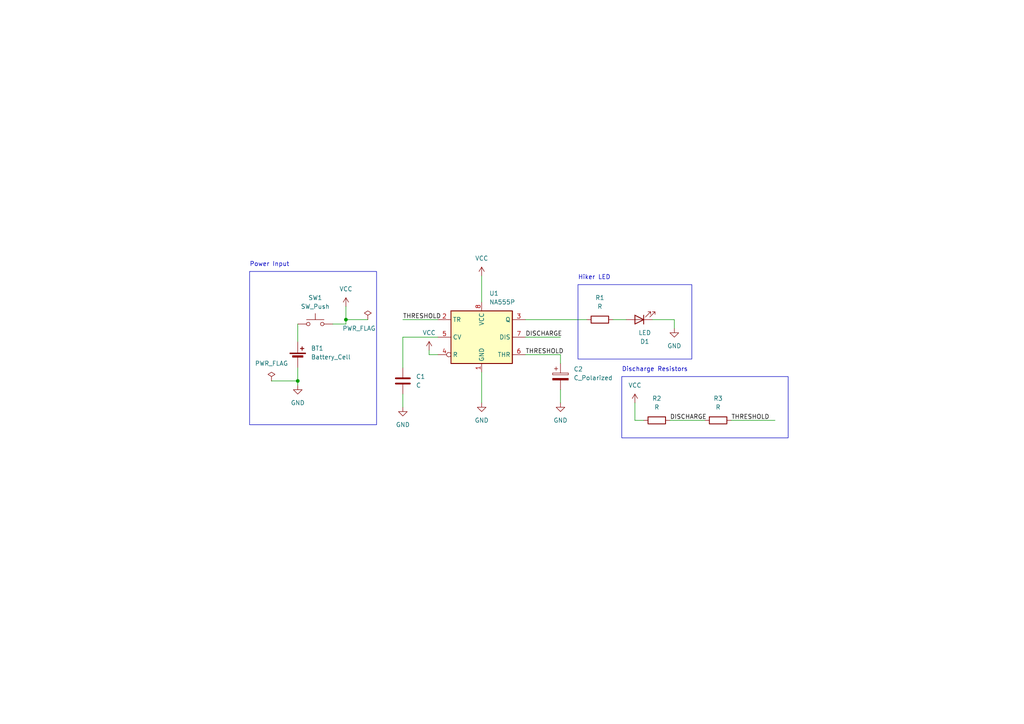
<source format=kicad_sch>
(kicad_sch (version 20230121) (generator eeschema)

  (uuid 3c22cbd9-a95f-4078-bb53-0a8009b25d5a)

  (paper "A4")

  (lib_symbols
    (symbol "Device:Battery_Cell" (pin_numbers hide) (pin_names (offset 0) hide) (in_bom yes) (on_board yes)
      (property "Reference" "BT" (at 2.54 2.54 0)
        (effects (font (size 1.27 1.27)) (justify left))
      )
      (property "Value" "Battery_Cell" (at 2.54 0 0)
        (effects (font (size 1.27 1.27)) (justify left))
      )
      (property "Footprint" "" (at 0 1.524 90)
        (effects (font (size 1.27 1.27)) hide)
      )
      (property "Datasheet" "~" (at 0 1.524 90)
        (effects (font (size 1.27 1.27)) hide)
      )
      (property "ki_keywords" "battery cell" (at 0 0 0)
        (effects (font (size 1.27 1.27)) hide)
      )
      (property "ki_description" "Single-cell battery" (at 0 0 0)
        (effects (font (size 1.27 1.27)) hide)
      )
      (symbol "Battery_Cell_0_1"
        (rectangle (start -2.286 1.778) (end 2.286 1.524)
          (stroke (width 0) (type default))
          (fill (type outline))
        )
        (rectangle (start -1.524 1.016) (end 1.524 0.508)
          (stroke (width 0) (type default))
          (fill (type outline))
        )
        (polyline
          (pts
            (xy 0 0.762)
            (xy 0 0)
          )
          (stroke (width 0) (type default))
          (fill (type none))
        )
        (polyline
          (pts
            (xy 0 1.778)
            (xy 0 2.54)
          )
          (stroke (width 0) (type default))
          (fill (type none))
        )
        (polyline
          (pts
            (xy 0.762 3.048)
            (xy 1.778 3.048)
          )
          (stroke (width 0.254) (type default))
          (fill (type none))
        )
        (polyline
          (pts
            (xy 1.27 3.556)
            (xy 1.27 2.54)
          )
          (stroke (width 0.254) (type default))
          (fill (type none))
        )
      )
      (symbol "Battery_Cell_1_1"
        (pin passive line (at 0 5.08 270) (length 2.54)
          (name "+" (effects (font (size 1.27 1.27))))
          (number "1" (effects (font (size 1.27 1.27))))
        )
        (pin passive line (at 0 -2.54 90) (length 2.54)
          (name "-" (effects (font (size 1.27 1.27))))
          (number "2" (effects (font (size 1.27 1.27))))
        )
      )
    )
    (symbol "Device:C" (pin_numbers hide) (pin_names (offset 0.254)) (in_bom yes) (on_board yes)
      (property "Reference" "C" (at 0.635 2.54 0)
        (effects (font (size 1.27 1.27)) (justify left))
      )
      (property "Value" "C" (at 0.635 -2.54 0)
        (effects (font (size 1.27 1.27)) (justify left))
      )
      (property "Footprint" "" (at 0.9652 -3.81 0)
        (effects (font (size 1.27 1.27)) hide)
      )
      (property "Datasheet" "~" (at 0 0 0)
        (effects (font (size 1.27 1.27)) hide)
      )
      (property "ki_keywords" "cap capacitor" (at 0 0 0)
        (effects (font (size 1.27 1.27)) hide)
      )
      (property "ki_description" "Unpolarized capacitor" (at 0 0 0)
        (effects (font (size 1.27 1.27)) hide)
      )
      (property "ki_fp_filters" "C_*" (at 0 0 0)
        (effects (font (size 1.27 1.27)) hide)
      )
      (symbol "C_0_1"
        (polyline
          (pts
            (xy -2.032 -0.762)
            (xy 2.032 -0.762)
          )
          (stroke (width 0.508) (type default))
          (fill (type none))
        )
        (polyline
          (pts
            (xy -2.032 0.762)
            (xy 2.032 0.762)
          )
          (stroke (width 0.508) (type default))
          (fill (type none))
        )
      )
      (symbol "C_1_1"
        (pin passive line (at 0 3.81 270) (length 2.794)
          (name "~" (effects (font (size 1.27 1.27))))
          (number "1" (effects (font (size 1.27 1.27))))
        )
        (pin passive line (at 0 -3.81 90) (length 2.794)
          (name "~" (effects (font (size 1.27 1.27))))
          (number "2" (effects (font (size 1.27 1.27))))
        )
      )
    )
    (symbol "Device:C_Polarized" (pin_numbers hide) (pin_names (offset 0.254)) (in_bom yes) (on_board yes)
      (property "Reference" "C" (at 0.635 2.54 0)
        (effects (font (size 1.27 1.27)) (justify left))
      )
      (property "Value" "C_Polarized" (at 0.635 -2.54 0)
        (effects (font (size 1.27 1.27)) (justify left))
      )
      (property "Footprint" "" (at 0.9652 -3.81 0)
        (effects (font (size 1.27 1.27)) hide)
      )
      (property "Datasheet" "~" (at 0 0 0)
        (effects (font (size 1.27 1.27)) hide)
      )
      (property "ki_keywords" "cap capacitor" (at 0 0 0)
        (effects (font (size 1.27 1.27)) hide)
      )
      (property "ki_description" "Polarized capacitor" (at 0 0 0)
        (effects (font (size 1.27 1.27)) hide)
      )
      (property "ki_fp_filters" "CP_*" (at 0 0 0)
        (effects (font (size 1.27 1.27)) hide)
      )
      (symbol "C_Polarized_0_1"
        (rectangle (start -2.286 0.508) (end 2.286 1.016)
          (stroke (width 0) (type default))
          (fill (type none))
        )
        (polyline
          (pts
            (xy -1.778 2.286)
            (xy -0.762 2.286)
          )
          (stroke (width 0) (type default))
          (fill (type none))
        )
        (polyline
          (pts
            (xy -1.27 2.794)
            (xy -1.27 1.778)
          )
          (stroke (width 0) (type default))
          (fill (type none))
        )
        (rectangle (start 2.286 -0.508) (end -2.286 -1.016)
          (stroke (width 0) (type default))
          (fill (type outline))
        )
      )
      (symbol "C_Polarized_1_1"
        (pin passive line (at 0 3.81 270) (length 2.794)
          (name "~" (effects (font (size 1.27 1.27))))
          (number "1" (effects (font (size 1.27 1.27))))
        )
        (pin passive line (at 0 -3.81 90) (length 2.794)
          (name "~" (effects (font (size 1.27 1.27))))
          (number "2" (effects (font (size 1.27 1.27))))
        )
      )
    )
    (symbol "Device:LED" (pin_numbers hide) (pin_names (offset 1.016) hide) (in_bom yes) (on_board yes)
      (property "Reference" "D" (at 0 2.54 0)
        (effects (font (size 1.27 1.27)))
      )
      (property "Value" "LED" (at 0 -2.54 0)
        (effects (font (size 1.27 1.27)))
      )
      (property "Footprint" "" (at 0 0 0)
        (effects (font (size 1.27 1.27)) hide)
      )
      (property "Datasheet" "~" (at 0 0 0)
        (effects (font (size 1.27 1.27)) hide)
      )
      (property "ki_keywords" "LED diode" (at 0 0 0)
        (effects (font (size 1.27 1.27)) hide)
      )
      (property "ki_description" "Light emitting diode" (at 0 0 0)
        (effects (font (size 1.27 1.27)) hide)
      )
      (property "ki_fp_filters" "LED* LED_SMD:* LED_THT:*" (at 0 0 0)
        (effects (font (size 1.27 1.27)) hide)
      )
      (symbol "LED_0_1"
        (polyline
          (pts
            (xy -1.27 -1.27)
            (xy -1.27 1.27)
          )
          (stroke (width 0.254) (type default))
          (fill (type none))
        )
        (polyline
          (pts
            (xy -1.27 0)
            (xy 1.27 0)
          )
          (stroke (width 0) (type default))
          (fill (type none))
        )
        (polyline
          (pts
            (xy 1.27 -1.27)
            (xy 1.27 1.27)
            (xy -1.27 0)
            (xy 1.27 -1.27)
          )
          (stroke (width 0.254) (type default))
          (fill (type none))
        )
        (polyline
          (pts
            (xy -3.048 -0.762)
            (xy -4.572 -2.286)
            (xy -3.81 -2.286)
            (xy -4.572 -2.286)
            (xy -4.572 -1.524)
          )
          (stroke (width 0) (type default))
          (fill (type none))
        )
        (polyline
          (pts
            (xy -1.778 -0.762)
            (xy -3.302 -2.286)
            (xy -2.54 -2.286)
            (xy -3.302 -2.286)
            (xy -3.302 -1.524)
          )
          (stroke (width 0) (type default))
          (fill (type none))
        )
      )
      (symbol "LED_1_1"
        (pin passive line (at -3.81 0 0) (length 2.54)
          (name "K" (effects (font (size 1.27 1.27))))
          (number "1" (effects (font (size 1.27 1.27))))
        )
        (pin passive line (at 3.81 0 180) (length 2.54)
          (name "A" (effects (font (size 1.27 1.27))))
          (number "2" (effects (font (size 1.27 1.27))))
        )
      )
    )
    (symbol "Device:R" (pin_numbers hide) (pin_names (offset 0)) (in_bom yes) (on_board yes)
      (property "Reference" "R" (at 2.032 0 90)
        (effects (font (size 1.27 1.27)))
      )
      (property "Value" "R" (at 0 0 90)
        (effects (font (size 1.27 1.27)))
      )
      (property "Footprint" "" (at -1.778 0 90)
        (effects (font (size 1.27 1.27)) hide)
      )
      (property "Datasheet" "~" (at 0 0 0)
        (effects (font (size 1.27 1.27)) hide)
      )
      (property "ki_keywords" "R res resistor" (at 0 0 0)
        (effects (font (size 1.27 1.27)) hide)
      )
      (property "ki_description" "Resistor" (at 0 0 0)
        (effects (font (size 1.27 1.27)) hide)
      )
      (property "ki_fp_filters" "R_*" (at 0 0 0)
        (effects (font (size 1.27 1.27)) hide)
      )
      (symbol "R_0_1"
        (rectangle (start -1.016 -2.54) (end 1.016 2.54)
          (stroke (width 0.254) (type default))
          (fill (type none))
        )
      )
      (symbol "R_1_1"
        (pin passive line (at 0 3.81 270) (length 1.27)
          (name "~" (effects (font (size 1.27 1.27))))
          (number "1" (effects (font (size 1.27 1.27))))
        )
        (pin passive line (at 0 -3.81 90) (length 1.27)
          (name "~" (effects (font (size 1.27 1.27))))
          (number "2" (effects (font (size 1.27 1.27))))
        )
      )
    )
    (symbol "Switch:SW_Push" (pin_numbers hide) (pin_names (offset 1.016) hide) (in_bom yes) (on_board yes)
      (property "Reference" "SW" (at 1.27 2.54 0)
        (effects (font (size 1.27 1.27)) (justify left))
      )
      (property "Value" "SW_Push" (at 0 -1.524 0)
        (effects (font (size 1.27 1.27)))
      )
      (property "Footprint" "" (at 0 5.08 0)
        (effects (font (size 1.27 1.27)) hide)
      )
      (property "Datasheet" "~" (at 0 5.08 0)
        (effects (font (size 1.27 1.27)) hide)
      )
      (property "ki_keywords" "switch normally-open pushbutton push-button" (at 0 0 0)
        (effects (font (size 1.27 1.27)) hide)
      )
      (property "ki_description" "Push button switch, generic, two pins" (at 0 0 0)
        (effects (font (size 1.27 1.27)) hide)
      )
      (symbol "SW_Push_0_1"
        (circle (center -2.032 0) (radius 0.508)
          (stroke (width 0) (type default))
          (fill (type none))
        )
        (polyline
          (pts
            (xy 0 1.27)
            (xy 0 3.048)
          )
          (stroke (width 0) (type default))
          (fill (type none))
        )
        (polyline
          (pts
            (xy 2.54 1.27)
            (xy -2.54 1.27)
          )
          (stroke (width 0) (type default))
          (fill (type none))
        )
        (circle (center 2.032 0) (radius 0.508)
          (stroke (width 0) (type default))
          (fill (type none))
        )
        (pin passive line (at -5.08 0 0) (length 2.54)
          (name "1" (effects (font (size 1.27 1.27))))
          (number "1" (effects (font (size 1.27 1.27))))
        )
        (pin passive line (at 5.08 0 180) (length 2.54)
          (name "2" (effects (font (size 1.27 1.27))))
          (number "2" (effects (font (size 1.27 1.27))))
        )
      )
    )
    (symbol "Timer:NA555P" (in_bom yes) (on_board yes)
      (property "Reference" "U" (at -10.16 8.89 0)
        (effects (font (size 1.27 1.27)) (justify left))
      )
      (property "Value" "NA555P" (at 2.54 8.89 0)
        (effects (font (size 1.27 1.27)) (justify left))
      )
      (property "Footprint" "Package_DIP:DIP-8_W7.62mm" (at 16.51 -10.16 0)
        (effects (font (size 1.27 1.27)) hide)
      )
      (property "Datasheet" "http://www.ti.com/lit/ds/symlink/ne555.pdf" (at 21.59 -10.16 0)
        (effects (font (size 1.27 1.27)) hide)
      )
      (property "ki_keywords" "single timer 555" (at 0 0 0)
        (effects (font (size 1.27 1.27)) hide)
      )
      (property "ki_description" "Precision Timers, 555 compatible, PDIP-8" (at 0 0 0)
        (effects (font (size 1.27 1.27)) hide)
      )
      (property "ki_fp_filters" "DIP*W7.62mm*" (at 0 0 0)
        (effects (font (size 1.27 1.27)) hide)
      )
      (symbol "NA555P_0_0"
        (pin power_in line (at 0 -10.16 90) (length 2.54)
          (name "GND" (effects (font (size 1.27 1.27))))
          (number "1" (effects (font (size 1.27 1.27))))
        )
        (pin power_in line (at 0 10.16 270) (length 2.54)
          (name "VCC" (effects (font (size 1.27 1.27))))
          (number "8" (effects (font (size 1.27 1.27))))
        )
      )
      (symbol "NA555P_0_1"
        (rectangle (start -8.89 -7.62) (end 8.89 7.62)
          (stroke (width 0.254) (type default))
          (fill (type background))
        )
        (rectangle (start -8.89 -7.62) (end 8.89 7.62)
          (stroke (width 0.254) (type default))
          (fill (type background))
        )
      )
      (symbol "NA555P_1_1"
        (pin input line (at -12.7 5.08 0) (length 3.81)
          (name "TR" (effects (font (size 1.27 1.27))))
          (number "2" (effects (font (size 1.27 1.27))))
        )
        (pin output line (at 12.7 5.08 180) (length 3.81)
          (name "Q" (effects (font (size 1.27 1.27))))
          (number "3" (effects (font (size 1.27 1.27))))
        )
        (pin input inverted (at -12.7 -5.08 0) (length 3.81)
          (name "R" (effects (font (size 1.27 1.27))))
          (number "4" (effects (font (size 1.27 1.27))))
        )
        (pin input line (at -12.7 0 0) (length 3.81)
          (name "CV" (effects (font (size 1.27 1.27))))
          (number "5" (effects (font (size 1.27 1.27))))
        )
        (pin input line (at 12.7 -5.08 180) (length 3.81)
          (name "THR" (effects (font (size 1.27 1.27))))
          (number "6" (effects (font (size 1.27 1.27))))
        )
        (pin input line (at 12.7 0 180) (length 3.81)
          (name "DIS" (effects (font (size 1.27 1.27))))
          (number "7" (effects (font (size 1.27 1.27))))
        )
      )
    )
    (symbol "power:GND" (power) (pin_names (offset 0)) (in_bom yes) (on_board yes)
      (property "Reference" "#PWR" (at 0 -6.35 0)
        (effects (font (size 1.27 1.27)) hide)
      )
      (property "Value" "GND" (at 0 -3.81 0)
        (effects (font (size 1.27 1.27)))
      )
      (property "Footprint" "" (at 0 0 0)
        (effects (font (size 1.27 1.27)) hide)
      )
      (property "Datasheet" "" (at 0 0 0)
        (effects (font (size 1.27 1.27)) hide)
      )
      (property "ki_keywords" "global power" (at 0 0 0)
        (effects (font (size 1.27 1.27)) hide)
      )
      (property "ki_description" "Power symbol creates a global label with name \"GND\" , ground" (at 0 0 0)
        (effects (font (size 1.27 1.27)) hide)
      )
      (symbol "GND_0_1"
        (polyline
          (pts
            (xy 0 0)
            (xy 0 -1.27)
            (xy 1.27 -1.27)
            (xy 0 -2.54)
            (xy -1.27 -1.27)
            (xy 0 -1.27)
          )
          (stroke (width 0) (type default))
          (fill (type none))
        )
      )
      (symbol "GND_1_1"
        (pin power_in line (at 0 0 270) (length 0) hide
          (name "GND" (effects (font (size 1.27 1.27))))
          (number "1" (effects (font (size 1.27 1.27))))
        )
      )
    )
    (symbol "power:PWR_FLAG" (power) (pin_numbers hide) (pin_names (offset 0) hide) (in_bom yes) (on_board yes)
      (property "Reference" "#FLG" (at 0 1.905 0)
        (effects (font (size 1.27 1.27)) hide)
      )
      (property "Value" "PWR_FLAG" (at 0 3.81 0)
        (effects (font (size 1.27 1.27)))
      )
      (property "Footprint" "" (at 0 0 0)
        (effects (font (size 1.27 1.27)) hide)
      )
      (property "Datasheet" "~" (at 0 0 0)
        (effects (font (size 1.27 1.27)) hide)
      )
      (property "ki_keywords" "flag power" (at 0 0 0)
        (effects (font (size 1.27 1.27)) hide)
      )
      (property "ki_description" "Special symbol for telling ERC where power comes from" (at 0 0 0)
        (effects (font (size 1.27 1.27)) hide)
      )
      (symbol "PWR_FLAG_0_0"
        (pin power_out line (at 0 0 90) (length 0)
          (name "pwr" (effects (font (size 1.27 1.27))))
          (number "1" (effects (font (size 1.27 1.27))))
        )
      )
      (symbol "PWR_FLAG_0_1"
        (polyline
          (pts
            (xy 0 0)
            (xy 0 1.27)
            (xy -1.016 1.905)
            (xy 0 2.54)
            (xy 1.016 1.905)
            (xy 0 1.27)
          )
          (stroke (width 0) (type default))
          (fill (type none))
        )
      )
    )
    (symbol "power:VCC" (power) (pin_names (offset 0)) (in_bom yes) (on_board yes)
      (property "Reference" "#PWR" (at 0 -3.81 0)
        (effects (font (size 1.27 1.27)) hide)
      )
      (property "Value" "VCC" (at 0 3.81 0)
        (effects (font (size 1.27 1.27)))
      )
      (property "Footprint" "" (at 0 0 0)
        (effects (font (size 1.27 1.27)) hide)
      )
      (property "Datasheet" "" (at 0 0 0)
        (effects (font (size 1.27 1.27)) hide)
      )
      (property "ki_keywords" "global power" (at 0 0 0)
        (effects (font (size 1.27 1.27)) hide)
      )
      (property "ki_description" "Power symbol creates a global label with name \"VCC\"" (at 0 0 0)
        (effects (font (size 1.27 1.27)) hide)
      )
      (symbol "VCC_0_1"
        (polyline
          (pts
            (xy -0.762 1.27)
            (xy 0 2.54)
          )
          (stroke (width 0) (type default))
          (fill (type none))
        )
        (polyline
          (pts
            (xy 0 0)
            (xy 0 2.54)
          )
          (stroke (width 0) (type default))
          (fill (type none))
        )
        (polyline
          (pts
            (xy 0 2.54)
            (xy 0.762 1.27)
          )
          (stroke (width 0) (type default))
          (fill (type none))
        )
      )
      (symbol "VCC_1_1"
        (pin power_in line (at 0 0 90) (length 0) hide
          (name "VCC" (effects (font (size 1.27 1.27))))
          (number "1" (effects (font (size 1.27 1.27))))
        )
      )
    )
  )

  (junction (at 100.33 92.71) (diameter 0) (color 0 0 0 0)
    (uuid 1547e5fa-1af6-4fb1-a06b-641eae96810d)
  )
  (junction (at 86.36 110.49) (diameter 0) (color 0 0 0 0)
    (uuid 1dcf6583-68e3-4cfe-8b19-513a6b1ffbff)
  )

  (wire (pts (xy 116.84 114.3) (xy 116.84 118.11))
    (stroke (width 0) (type default))
    (uuid 0af26f62-a280-4c42-941e-11fcdccac15d)
  )
  (wire (pts (xy 100.33 93.98) (xy 100.33 92.71))
    (stroke (width 0) (type default))
    (uuid 161add97-ccba-4736-b4aa-62ef4af7d7e1)
  )
  (wire (pts (xy 139.7 107.95) (xy 139.7 116.84))
    (stroke (width 0) (type default))
    (uuid 1c72450e-ffc4-408a-9fcc-7df0be264437)
  )
  (wire (pts (xy 124.46 101.6) (xy 124.46 102.87))
    (stroke (width 0) (type default))
    (uuid 1e2d3d42-b1ac-482b-abd2-e65bf9688c60)
  )
  (wire (pts (xy 100.33 92.71) (xy 100.33 88.9))
    (stroke (width 0) (type default))
    (uuid 1f7ebc0c-ce56-4cb1-abdd-a8af190e3c9d)
  )
  (wire (pts (xy 195.58 92.71) (xy 195.58 95.25))
    (stroke (width 0) (type default))
    (uuid 2633bae8-71c1-4733-b23d-236fcc40cf0d)
  )
  (wire (pts (xy 184.15 121.92) (xy 186.69 121.92))
    (stroke (width 0) (type default))
    (uuid 28e5ac5b-30ab-4a56-9ec7-a4e3388eeb14)
  )
  (wire (pts (xy 194.31 121.92) (xy 204.47 121.92))
    (stroke (width 0) (type default))
    (uuid 30b514ad-5b4b-441e-b2b9-bbf2bc177bce)
  )
  (wire (pts (xy 162.56 102.87) (xy 162.56 105.41))
    (stroke (width 0) (type default))
    (uuid 3a4a7ef2-dea2-453f-a0f7-674ea8299ebe)
  )
  (wire (pts (xy 189.23 92.71) (xy 195.58 92.71))
    (stroke (width 0) (type default))
    (uuid 3de4ec18-8afe-48d5-9bb1-f0f8d4f5eaef)
  )
  (wire (pts (xy 78.74 110.49) (xy 86.36 110.49))
    (stroke (width 0) (type default))
    (uuid 423836ea-7780-440c-8424-7d7654e058c6)
  )
  (wire (pts (xy 86.36 93.98) (xy 86.36 99.06))
    (stroke (width 0) (type default))
    (uuid 4bcf718c-392b-4584-9fb6-0ab5a11323fe)
  )
  (wire (pts (xy 116.84 97.79) (xy 116.84 106.68))
    (stroke (width 0) (type default))
    (uuid 4dd42183-3624-4249-b13c-8812f047e72a)
  )
  (wire (pts (xy 177.8 92.71) (xy 181.61 92.71))
    (stroke (width 0) (type default))
    (uuid 5595d8ab-8410-4e58-8290-e8c4f38ed2db)
  )
  (wire (pts (xy 86.36 110.49) (xy 86.36 111.76))
    (stroke (width 0) (type default))
    (uuid 5f730d49-d620-4433-9f4a-9e86d5113106)
  )
  (wire (pts (xy 96.52 93.98) (xy 100.33 93.98))
    (stroke (width 0) (type default))
    (uuid 6b21fb76-9c55-486d-bf35-5612a4186e6b)
  )
  (wire (pts (xy 212.09 121.92) (xy 224.79 121.92))
    (stroke (width 0) (type default))
    (uuid 755d1294-9038-4019-8baf-8996dde4c617)
  )
  (wire (pts (xy 139.7 80.01) (xy 139.7 87.63))
    (stroke (width 0) (type default))
    (uuid 8450fed0-9b78-4fde-91cf-bf3bc6512806)
  )
  (wire (pts (xy 152.4 92.71) (xy 170.18 92.71))
    (stroke (width 0) (type default))
    (uuid 84604815-9d8c-4ff4-85cd-57a2e2f70231)
  )
  (wire (pts (xy 162.56 113.03) (xy 162.56 116.84))
    (stroke (width 0) (type default))
    (uuid 8b502af4-dc40-49e0-8dd0-1149b822c646)
  )
  (wire (pts (xy 86.36 106.68) (xy 86.36 110.49))
    (stroke (width 0) (type default))
    (uuid 9a48cf5a-0f8a-48fd-9bf9-8e545cbe3ff9)
  )
  (wire (pts (xy 184.15 116.84) (xy 184.15 121.92))
    (stroke (width 0) (type default))
    (uuid a0bf8b11-7d36-4bb8-9fe9-5ecf754f676f)
  )
  (wire (pts (xy 127 97.79) (xy 116.84 97.79))
    (stroke (width 0) (type default))
    (uuid aeb7a437-af0d-47a5-99c9-bf864d69482f)
  )
  (wire (pts (xy 116.84 92.71) (xy 127 92.71))
    (stroke (width 0) (type default))
    (uuid bb2860f7-6d78-4596-8042-8af87a1a439a)
  )
  (wire (pts (xy 152.4 102.87) (xy 162.56 102.87))
    (stroke (width 0) (type default))
    (uuid bef531cc-f199-4fe2-a845-eb6671b88161)
  )
  (wire (pts (xy 152.4 97.79) (xy 162.56 97.79))
    (stroke (width 0) (type default))
    (uuid c20bb2c2-c4c5-4bf8-9153-03fbdd984cfb)
  )
  (wire (pts (xy 106.68 92.71) (xy 100.33 92.71))
    (stroke (width 0) (type default))
    (uuid d4b2dc2b-d6fe-414d-aa3b-4a266f86d5cd)
  )
  (wire (pts (xy 124.46 102.87) (xy 127 102.87))
    (stroke (width 0) (type default))
    (uuid e2bf4ebe-9e6f-4dbb-811a-4ea4d65271f6)
  )

  (rectangle (start 167.64 82.55) (end 200.66 104.14)
    (stroke (width 0) (type default))
    (fill (type none))
    (uuid 72b19f6d-c9a8-4a92-9f95-1bcc6e7f1d05)
  )
  (rectangle (start 72.39 78.74) (end 109.22 123.19)
    (stroke (width 0) (type default))
    (fill (type none))
    (uuid b2adda54-af28-4606-8909-9097a439562d)
  )
  (rectangle (start 180.34 109.22) (end 228.6 127)
    (stroke (width 0) (type default))
    (fill (type none))
    (uuid c9150cce-1325-42a9-b097-d410cf7d5b34)
  )

  (text "Hiker LED" (at 167.64 81.28 0)
    (effects (font (size 1.27 1.27)) (justify left bottom))
    (uuid 6f3d9f9c-8c44-4cb2-a14e-1639baf9f992)
  )
  (text "Discharge Resistors" (at 180.34 107.95 0)
    (effects (font (size 1.27 1.27)) (justify left bottom))
    (uuid 7da20628-0efb-4384-aec3-ae5111b909f3)
  )
  (text "Power Input" (at 72.39 77.47 0)
    (effects (font (size 1.27 1.27)) (justify left bottom))
    (uuid a57ed61e-8777-4c22-a6eb-e320a1b7e0ab)
  )

  (label "THRESHOLD" (at 212.09 121.92 0) (fields_autoplaced)
    (effects (font (size 1.27 1.27)) (justify left bottom))
    (uuid 02c60d0a-0a27-4ff2-a080-393b068e1660)
  )
  (label "DISCHARGE" (at 194.31 121.92 0) (fields_autoplaced)
    (effects (font (size 1.27 1.27)) (justify left bottom))
    (uuid 21f870cc-3d49-444d-a60a-e49f7b7a92ca)
  )
  (label "THRESHOLD" (at 116.84 92.71 0) (fields_autoplaced)
    (effects (font (size 1.27 1.27)) (justify left bottom))
    (uuid 24a7ea9f-a650-4839-8c94-5e9734935d72)
  )
  (label "THRESHOLD" (at 152.4 102.87 0) (fields_autoplaced)
    (effects (font (size 1.27 1.27)) (justify left bottom))
    (uuid 2afb5566-38dc-4c41-84b5-d69934a8e51f)
  )
  (label "DISCHARGE" (at 152.4 97.79 0) (fields_autoplaced)
    (effects (font (size 1.27 1.27)) (justify left bottom))
    (uuid 406c82e6-66f6-4a18-8c60-35afdf37d328)
  )

  (symbol (lib_id "power:GND") (at 86.36 111.76 0) (unit 1)
    (in_bom yes) (on_board yes) (dnp no) (fields_autoplaced)
    (uuid 2b4b8e6a-5833-49fd-bf48-b3fe853bf0dc)
    (property "Reference" "#PWR01" (at 86.36 118.11 0)
      (effects (font (size 1.27 1.27)) hide)
    )
    (property "Value" "GND" (at 86.36 116.84 0)
      (effects (font (size 1.27 1.27)))
    )
    (property "Footprint" "" (at 86.36 111.76 0)
      (effects (font (size 1.27 1.27)) hide)
    )
    (property "Datasheet" "" (at 86.36 111.76 0)
      (effects (font (size 1.27 1.27)) hide)
    )
    (pin "1" (uuid ce7896e9-ebd8-4964-af46-2896f9496544))
    (instances
      (project "Ex04-Chapter06"
        (path "/3c22cbd9-a95f-4078-bb53-0a8009b25d5a"
          (reference "#PWR01") (unit 1)
        )
      )
      (project "firstkicadproj"
        (path "/7843373b-fe9c-4739-919b-fbb8a92af215"
          (reference "#PWR06") (unit 1)
        )
      )
    )
  )

  (symbol (lib_id "power:VCC") (at 100.33 88.9 0) (unit 1)
    (in_bom yes) (on_board yes) (dnp no)
    (uuid 5558d9cf-4700-41e5-abc1-687044704770)
    (property "Reference" "#PWR02" (at 100.33 92.71 0)
      (effects (font (size 1.27 1.27)) hide)
    )
    (property "Value" "VCC" (at 100.33 83.82 0)
      (effects (font (size 1.27 1.27)))
    )
    (property "Footprint" "" (at 100.33 88.9 0)
      (effects (font (size 1.27 1.27)) hide)
    )
    (property "Datasheet" "" (at 100.33 88.9 0)
      (effects (font (size 1.27 1.27)) hide)
    )
    (pin "1" (uuid 698003e8-e8ba-4aba-8c7e-dfc68eec4451))
    (instances
      (project "Ex04-Chapter06"
        (path "/3c22cbd9-a95f-4078-bb53-0a8009b25d5a"
          (reference "#PWR02") (unit 1)
        )
      )
      (project "firstkicadproj"
        (path "/7843373b-fe9c-4739-919b-fbb8a92af215"
          (reference "#PWR08") (unit 1)
        )
      )
    )
  )

  (symbol (lib_id "power:GND") (at 139.7 116.84 0) (unit 1)
    (in_bom yes) (on_board yes) (dnp no) (fields_autoplaced)
    (uuid 5a8e531c-31e0-4baa-b0a9-1a0f8cd649ec)
    (property "Reference" "#PWR06" (at 139.7 123.19 0)
      (effects (font (size 1.27 1.27)) hide)
    )
    (property "Value" "GND" (at 139.7 121.92 0)
      (effects (font (size 1.27 1.27)))
    )
    (property "Footprint" "" (at 139.7 116.84 0)
      (effects (font (size 1.27 1.27)) hide)
    )
    (property "Datasheet" "" (at 139.7 116.84 0)
      (effects (font (size 1.27 1.27)) hide)
    )
    (pin "1" (uuid ba175955-b75a-40cb-801a-e8779b1ce49a))
    (instances
      (project "Ex04-Chapter06"
        (path "/3c22cbd9-a95f-4078-bb53-0a8009b25d5a"
          (reference "#PWR06") (unit 1)
        )
      )
      (project "firstkicadproj"
        (path "/7843373b-fe9c-4739-919b-fbb8a92af215"
          (reference "#PWR03") (unit 1)
        )
      )
    )
  )

  (symbol (lib_id "power:GND") (at 116.84 118.11 0) (unit 1)
    (in_bom yes) (on_board yes) (dnp no) (fields_autoplaced)
    (uuid 5b743b2b-f271-4112-8ffa-4780018eaa54)
    (property "Reference" "#PWR03" (at 116.84 124.46 0)
      (effects (font (size 1.27 1.27)) hide)
    )
    (property "Value" "GND" (at 116.84 123.19 0)
      (effects (font (size 1.27 1.27)))
    )
    (property "Footprint" "" (at 116.84 118.11 0)
      (effects (font (size 1.27 1.27)) hide)
    )
    (property "Datasheet" "" (at 116.84 118.11 0)
      (effects (font (size 1.27 1.27)) hide)
    )
    (pin "1" (uuid 49d25e5d-1d37-49ba-bd23-27d69288d071))
    (instances
      (project "Ex04-Chapter06"
        (path "/3c22cbd9-a95f-4078-bb53-0a8009b25d5a"
          (reference "#PWR03") (unit 1)
        )
      )
      (project "firstkicadproj"
        (path "/7843373b-fe9c-4739-919b-fbb8a92af215"
          (reference "#PWR05") (unit 1)
        )
      )
    )
  )

  (symbol (lib_id "power:PWR_FLAG") (at 106.68 92.71 0) (unit 1)
    (in_bom yes) (on_board yes) (dnp no)
    (uuid 69bde852-a820-49a1-b478-223d7fd79c94)
    (property "Reference" "#FLG01" (at 106.68 90.805 0)
      (effects (font (size 1.27 1.27)) hide)
    )
    (property "Value" "PWR_FLAG" (at 104.14 95.25 0)
      (effects (font (size 1.27 1.27)))
    )
    (property "Footprint" "" (at 106.68 92.71 0)
      (effects (font (size 1.27 1.27)) hide)
    )
    (property "Datasheet" "~" (at 106.68 92.71 0)
      (effects (font (size 1.27 1.27)) hide)
    )
    (pin "1" (uuid de94341e-c10e-419f-97a6-0606983d5062))
    (instances
      (project "Ex04-Chapter06"
        (path "/3c22cbd9-a95f-4078-bb53-0a8009b25d5a"
          (reference "#FLG01") (unit 1)
        )
      )
    )
  )

  (symbol (lib_id "Device:C_Polarized") (at 162.56 109.22 0) (unit 1)
    (in_bom yes) (on_board yes) (dnp no) (fields_autoplaced)
    (uuid 7b3d6ba6-02a5-4929-93c3-d726f27006f7)
    (property "Reference" "C2" (at 166.37 107.061 0)
      (effects (font (size 1.27 1.27)) (justify left))
    )
    (property "Value" "C_Polarized" (at 166.37 109.601 0)
      (effects (font (size 1.27 1.27)) (justify left))
    )
    (property "Footprint" "Capacitor_THT:CP_Radial_D6.3mm_P2.50mm" (at 163.5252 113.03 0)
      (effects (font (size 1.27 1.27)) hide)
    )
    (property "Datasheet" "~" (at 162.56 109.22 0)
      (effects (font (size 1.27 1.27)) hide)
    )
    (pin "1" (uuid 07f0c86a-8051-4a38-9ff0-b1dd5aae38ae))
    (pin "2" (uuid 8442332c-ffd5-4c88-a28a-5b9ab0713c10))
    (instances
      (project "Ex04-Chapter06"
        (path "/3c22cbd9-a95f-4078-bb53-0a8009b25d5a"
          (reference "C2") (unit 1)
        )
      )
      (project "firstkicadproj"
        (path "/7843373b-fe9c-4739-919b-fbb8a92af215"
          (reference "C5") (unit 1)
        )
      )
    )
  )

  (symbol (lib_id "Device:R") (at 190.5 121.92 270) (unit 1)
    (in_bom yes) (on_board yes) (dnp no) (fields_autoplaced)
    (uuid 85b45468-1ed4-4f9f-8adc-23f140092ae8)
    (property "Reference" "R2" (at 190.5 115.57 90)
      (effects (font (size 1.27 1.27)))
    )
    (property "Value" "R" (at 190.5 118.11 90)
      (effects (font (size 1.27 1.27)))
    )
    (property "Footprint" "Resistor_THT:R_Axial_DIN0207_L6.3mm_D2.5mm_P10.16mm_Horizontal" (at 190.5 120.142 90)
      (effects (font (size 1.27 1.27)) hide)
    )
    (property "Datasheet" "~" (at 190.5 121.92 0)
      (effects (font (size 1.27 1.27)) hide)
    )
    (pin "1" (uuid 64c2cae4-d849-42be-9643-338a42872758))
    (pin "2" (uuid b43d9361-5b06-4266-8706-9bba135669c2))
    (instances
      (project "Ex04-Chapter06"
        (path "/3c22cbd9-a95f-4078-bb53-0a8009b25d5a"
          (reference "R2") (unit 1)
        )
      )
      (project "firstkicadproj"
        (path "/7843373b-fe9c-4739-919b-fbb8a92af215"
          (reference "R5") (unit 1)
        )
      )
    )
  )

  (symbol (lib_id "power:VCC") (at 139.7 80.01 0) (unit 1)
    (in_bom yes) (on_board yes) (dnp no) (fields_autoplaced)
    (uuid 89a5b75a-173d-4ea4-8a62-e79ae01ca1fd)
    (property "Reference" "#PWR05" (at 139.7 83.82 0)
      (effects (font (size 1.27 1.27)) hide)
    )
    (property "Value" "VCC" (at 139.7 74.93 0)
      (effects (font (size 1.27 1.27)))
    )
    (property "Footprint" "" (at 139.7 80.01 0)
      (effects (font (size 1.27 1.27)) hide)
    )
    (property "Datasheet" "" (at 139.7 80.01 0)
      (effects (font (size 1.27 1.27)) hide)
    )
    (pin "1" (uuid ab0ff133-ef84-41bd-8c22-87dbc4939c17))
    (instances
      (project "Ex04-Chapter06"
        (path "/3c22cbd9-a95f-4078-bb53-0a8009b25d5a"
          (reference "#PWR05") (unit 1)
        )
      )
      (project "firstkicadproj"
        (path "/7843373b-fe9c-4739-919b-fbb8a92af215"
          (reference "#PWR01") (unit 1)
        )
      )
    )
  )

  (symbol (lib_id "Device:R") (at 208.28 121.92 270) (unit 1)
    (in_bom yes) (on_board yes) (dnp no) (fields_autoplaced)
    (uuid 8a609d76-6070-4b5c-9c95-82e2c964c41b)
    (property "Reference" "R3" (at 208.28 115.57 90)
      (effects (font (size 1.27 1.27)))
    )
    (property "Value" "R" (at 208.28 118.11 90)
      (effects (font (size 1.27 1.27)))
    )
    (property "Footprint" "Resistor_THT:R_Axial_DIN0207_L6.3mm_D2.5mm_P10.16mm_Horizontal" (at 208.28 120.142 90)
      (effects (font (size 1.27 1.27)) hide)
    )
    (property "Datasheet" "~" (at 208.28 121.92 0)
      (effects (font (size 1.27 1.27)) hide)
    )
    (pin "1" (uuid 8fbc15d6-45cf-440c-8bbc-dbb34cccefb5))
    (pin "2" (uuid 39b8fa4d-c077-4508-9aff-b396a3b43bd4))
    (instances
      (project "Ex04-Chapter06"
        (path "/3c22cbd9-a95f-4078-bb53-0a8009b25d5a"
          (reference "R3") (unit 1)
        )
      )
      (project "firstkicadproj"
        (path "/7843373b-fe9c-4739-919b-fbb8a92af215"
          (reference "R6") (unit 1)
        )
      )
    )
  )

  (symbol (lib_id "Device:Battery_Cell") (at 86.36 104.14 0) (unit 1)
    (in_bom yes) (on_board yes) (dnp no)
    (uuid 981e8c17-1f6e-4e04-bbfd-25afdd6970a9)
    (property "Reference" "BT1" (at 90.17 101.0285 0)
      (effects (font (size 1.27 1.27)) (justify left))
    )
    (property "Value" "Battery_Cell" (at 90.17 103.5685 0)
      (effects (font (size 1.27 1.27)) (justify left))
    )
    (property "Footprint" "Battery:BatteryHolder_Keystone_103_1x20mm" (at 78.74 101.6 90)
      (effects (font (size 1.27 1.27)) hide)
    )
    (property "Datasheet" "~" (at 86.36 102.616 90)
      (effects (font (size 1.27 1.27)) hide)
    )
    (pin "1" (uuid 98a6128a-119c-4dd4-bb52-84ed1d570db2))
    (pin "2" (uuid e7ba41dc-b218-44a8-bf0c-8c983c96e1aa))
    (instances
      (project "Ex04-Chapter06"
        (path "/3c22cbd9-a95f-4078-bb53-0a8009b25d5a"
          (reference "BT1") (unit 1)
        )
      )
      (project "firstkicadproj"
        (path "/7843373b-fe9c-4739-919b-fbb8a92af215"
          (reference "BT2") (unit 1)
        )
      )
    )
  )

  (symbol (lib_id "Device:LED") (at 185.42 92.71 180) (unit 1)
    (in_bom yes) (on_board yes) (dnp no)
    (uuid 9a3be282-26b7-40c9-ac6a-924e23db22ca)
    (property "Reference" "D1" (at 187.0075 99.06 0)
      (effects (font (size 1.27 1.27)))
    )
    (property "Value" "LED" (at 187.0075 96.52 0)
      (effects (font (size 1.27 1.27)))
    )
    (property "Footprint" "LED_THT:LED_D5.0mm_Clear" (at 185.42 92.71 0)
      (effects (font (size 1.27 1.27)) hide)
    )
    (property "Datasheet" "~" (at 185.42 92.71 0)
      (effects (font (size 1.27 1.27)) hide)
    )
    (pin "1" (uuid 667fd293-5166-478d-b7c6-52dd48d4198a))
    (pin "2" (uuid 7fb7e30e-430f-4dff-a029-69d3c00aaa11))
    (instances
      (project "Ex04-Chapter06"
        (path "/3c22cbd9-a95f-4078-bb53-0a8009b25d5a"
          (reference "D1") (unit 1)
        )
      )
      (project "firstkicadproj"
        (path "/7843373b-fe9c-4739-919b-fbb8a92af215"
          (reference "D2") (unit 1)
        )
      )
    )
  )

  (symbol (lib_id "power:PWR_FLAG") (at 78.74 110.49 0) (unit 1)
    (in_bom yes) (on_board yes) (dnp no) (fields_autoplaced)
    (uuid a5ca674d-7666-499d-bcc5-44c76fce1b11)
    (property "Reference" "#FLG02" (at 78.74 108.585 0)
      (effects (font (size 1.27 1.27)) hide)
    )
    (property "Value" "PWR_FLAG" (at 78.74 105.41 0)
      (effects (font (size 1.27 1.27)))
    )
    (property "Footprint" "" (at 78.74 110.49 0)
      (effects (font (size 1.27 1.27)) hide)
    )
    (property "Datasheet" "~" (at 78.74 110.49 0)
      (effects (font (size 1.27 1.27)) hide)
    )
    (pin "1" (uuid 25c833be-7b92-4084-8c07-f0043e205355))
    (instances
      (project "Ex04-Chapter06"
        (path "/3c22cbd9-a95f-4078-bb53-0a8009b25d5a"
          (reference "#FLG02") (unit 1)
        )
      )
    )
  )

  (symbol (lib_id "power:GND") (at 195.58 95.25 0) (unit 1)
    (in_bom yes) (on_board yes) (dnp no) (fields_autoplaced)
    (uuid abbbcad0-9dc2-49e3-9a5f-2af48807de99)
    (property "Reference" "#PWR09" (at 195.58 101.6 0)
      (effects (font (size 1.27 1.27)) hide)
    )
    (property "Value" "GND" (at 195.58 100.33 0)
      (effects (font (size 1.27 1.27)))
    )
    (property "Footprint" "" (at 195.58 95.25 0)
      (effects (font (size 1.27 1.27)) hide)
    )
    (property "Datasheet" "" (at 195.58 95.25 0)
      (effects (font (size 1.27 1.27)) hide)
    )
    (pin "1" (uuid 04f519c8-bc5f-484a-a22b-c11b438faa00))
    (instances
      (project "Ex04-Chapter06"
        (path "/3c22cbd9-a95f-4078-bb53-0a8009b25d5a"
          (reference "#PWR09") (unit 1)
        )
      )
      (project "firstkicadproj"
        (path "/7843373b-fe9c-4739-919b-fbb8a92af215"
          (reference "#PWR02") (unit 1)
        )
      )
    )
  )

  (symbol (lib_id "Switch:SW_Push") (at 91.44 93.98 0) (unit 1)
    (in_bom yes) (on_board yes) (dnp no) (fields_autoplaced)
    (uuid c1d6cb75-d741-4696-923e-a25a4e06054c)
    (property "Reference" "SW1" (at 91.44 86.36 0)
      (effects (font (size 1.27 1.27)))
    )
    (property "Value" "SW_Push" (at 91.44 88.9 0)
      (effects (font (size 1.27 1.27)))
    )
    (property "Footprint" "Button_Switch_THT:SW_PUSH_6mm_H5mm" (at 91.44 88.9 0)
      (effects (font (size 1.27 1.27)) hide)
    )
    (property "Datasheet" "~" (at 91.44 88.9 0)
      (effects (font (size 1.27 1.27)) hide)
    )
    (pin "1" (uuid 48dc48fb-8aef-4a55-8c12-47eb08fd3a9b))
    (pin "2" (uuid 1cd61c3e-7458-46f6-a11e-f636b0752ce2))
    (instances
      (project "Ex04-Chapter06"
        (path "/3c22cbd9-a95f-4078-bb53-0a8009b25d5a"
          (reference "SW1") (unit 1)
        )
      )
      (project "firstkicadproj"
        (path "/7843373b-fe9c-4739-919b-fbb8a92af215"
          (reference "SW2") (unit 1)
        )
      )
    )
  )

  (symbol (lib_id "Device:C") (at 116.84 110.49 0) (unit 1)
    (in_bom yes) (on_board yes) (dnp no) (fields_autoplaced)
    (uuid d742cb4d-0366-4ea3-987e-5c5598c14d12)
    (property "Reference" "C1" (at 120.65 109.22 0)
      (effects (font (size 1.27 1.27)) (justify left))
    )
    (property "Value" "C" (at 120.65 111.76 0)
      (effects (font (size 1.27 1.27)) (justify left))
    )
    (property "Footprint" "Capacitor_THT:C_Disc_D6.0mm_W4.4mm_P5.00mm" (at 117.8052 114.3 0)
      (effects (font (size 1.27 1.27)) hide)
    )
    (property "Datasheet" "~" (at 116.84 110.49 0)
      (effects (font (size 1.27 1.27)) hide)
    )
    (pin "1" (uuid 6c75d349-1422-4363-9c41-e97f556b9926))
    (pin "2" (uuid fe69a644-b456-4e78-9f28-afdff79338f2))
    (instances
      (project "Ex04-Chapter06"
        (path "/3c22cbd9-a95f-4078-bb53-0a8009b25d5a"
          (reference "C1") (unit 1)
        )
      )
      (project "firstkicadproj"
        (path "/7843373b-fe9c-4739-919b-fbb8a92af215"
          (reference "C3") (unit 1)
        )
      )
    )
  )

  (symbol (lib_id "power:VCC") (at 184.15 116.84 0) (unit 1)
    (in_bom yes) (on_board yes) (dnp no) (fields_autoplaced)
    (uuid d87a617c-3d89-449f-bf50-7c1bf1ccffaa)
    (property "Reference" "#PWR08" (at 184.15 120.65 0)
      (effects (font (size 1.27 1.27)) hide)
    )
    (property "Value" "VCC" (at 184.15 111.76 0)
      (effects (font (size 1.27 1.27)))
    )
    (property "Footprint" "" (at 184.15 116.84 0)
      (effects (font (size 1.27 1.27)) hide)
    )
    (property "Datasheet" "" (at 184.15 116.84 0)
      (effects (font (size 1.27 1.27)) hide)
    )
    (pin "1" (uuid 9d766dac-2376-42de-8500-2e5975dd1399))
    (instances
      (project "Ex04-Chapter06"
        (path "/3c22cbd9-a95f-4078-bb53-0a8009b25d5a"
          (reference "#PWR08") (unit 1)
        )
      )
      (project "firstkicadproj"
        (path "/7843373b-fe9c-4739-919b-fbb8a92af215"
          (reference "#PWR09") (unit 1)
        )
      )
    )
  )

  (symbol (lib_id "power:VCC") (at 124.46 101.6 0) (unit 1)
    (in_bom yes) (on_board yes) (dnp no) (fields_autoplaced)
    (uuid e96bee07-4443-4050-a6f4-f111fdf2dad3)
    (property "Reference" "#PWR04" (at 124.46 105.41 0)
      (effects (font (size 1.27 1.27)) hide)
    )
    (property "Value" "VCC" (at 124.46 96.52 0)
      (effects (font (size 1.27 1.27)))
    )
    (property "Footprint" "" (at 124.46 101.6 0)
      (effects (font (size 1.27 1.27)) hide)
    )
    (property "Datasheet" "" (at 124.46 101.6 0)
      (effects (font (size 1.27 1.27)) hide)
    )
    (pin "1" (uuid 872ead33-fabf-4786-824e-f6dfaec91118))
    (instances
      (project "Ex04-Chapter06"
        (path "/3c22cbd9-a95f-4078-bb53-0a8009b25d5a"
          (reference "#PWR04") (unit 1)
        )
      )
      (project "firstkicadproj"
        (path "/7843373b-fe9c-4739-919b-fbb8a92af215"
          (reference "#PWR07") (unit 1)
        )
      )
    )
  )

  (symbol (lib_id "power:GND") (at 162.56 116.84 0) (unit 1)
    (in_bom yes) (on_board yes) (dnp no) (fields_autoplaced)
    (uuid ebf11cb4-3182-4dfc-82e6-6e2565c66e59)
    (property "Reference" "#PWR07" (at 162.56 123.19 0)
      (effects (font (size 1.27 1.27)) hide)
    )
    (property "Value" "GND" (at 162.56 121.92 0)
      (effects (font (size 1.27 1.27)))
    )
    (property "Footprint" "" (at 162.56 116.84 0)
      (effects (font (size 1.27 1.27)) hide)
    )
    (property "Datasheet" "" (at 162.56 116.84 0)
      (effects (font (size 1.27 1.27)) hide)
    )
    (pin "1" (uuid b3b9a72a-25e3-4594-94d2-06ff1167324d))
    (instances
      (project "Ex04-Chapter06"
        (path "/3c22cbd9-a95f-4078-bb53-0a8009b25d5a"
          (reference "#PWR07") (unit 1)
        )
      )
      (project "firstkicadproj"
        (path "/7843373b-fe9c-4739-919b-fbb8a92af215"
          (reference "#PWR04") (unit 1)
        )
      )
    )
  )

  (symbol (lib_id "Timer:NA555P") (at 139.7 97.79 0) (unit 1)
    (in_bom yes) (on_board yes) (dnp no) (fields_autoplaced)
    (uuid f2c20d67-4068-42a1-856f-5e50107c980b)
    (property "Reference" "U1" (at 141.8941 85.09 0)
      (effects (font (size 1.27 1.27)) (justify left))
    )
    (property "Value" "NA555P" (at 141.8941 87.63 0)
      (effects (font (size 1.27 1.27)) (justify left))
    )
    (property "Footprint" "Package_DIP:DIP-8_W7.62mm" (at 156.21 107.95 0)
      (effects (font (size 1.27 1.27)) hide)
    )
    (property "Datasheet" "http://www.ti.com/lit/ds/symlink/ne555.pdf" (at 161.29 107.95 0)
      (effects (font (size 1.27 1.27)) hide)
    )
    (pin "1" (uuid cc87394d-0803-41a9-9396-f88d22d92bd7))
    (pin "8" (uuid 1ef6a556-37b8-4438-a0e4-2dfdf30e1c79))
    (pin "2" (uuid 03d36ee1-110d-45b8-8ac8-3e919a05ef60))
    (pin "3" (uuid 5a429549-c625-40bf-b719-60ee48e50963))
    (pin "4" (uuid 7161035c-e91e-4548-bac6-5616d3dd1db3))
    (pin "5" (uuid 2d0d2c82-86b2-4be9-a7d9-fbab572540b2))
    (pin "6" (uuid bed0907d-b06a-4f4b-9e99-bba64b598f41))
    (pin "7" (uuid b3cfcd51-72e4-4a0e-b955-f90063223539))
    (instances
      (project "Ex04-Chapter06"
        (path "/3c22cbd9-a95f-4078-bb53-0a8009b25d5a"
          (reference "U1") (unit 1)
        )
      )
      (project "firstkicadproj"
        (path "/7843373b-fe9c-4739-919b-fbb8a92af215"
          (reference "U2") (unit 1)
        )
      )
    )
  )

  (symbol (lib_id "Device:R") (at 173.99 92.71 270) (unit 1)
    (in_bom yes) (on_board yes) (dnp no) (fields_autoplaced)
    (uuid fb77fc85-2e65-4555-968a-db53d17e442c)
    (property "Reference" "R1" (at 173.99 86.36 90)
      (effects (font (size 1.27 1.27)))
    )
    (property "Value" "R" (at 173.99 88.9 90)
      (effects (font (size 1.27 1.27)))
    )
    (property "Footprint" "Resistor_THT:R_Axial_DIN0207_L6.3mm_D2.5mm_P10.16mm_Horizontal" (at 173.99 90.932 90)
      (effects (font (size 1.27 1.27)) hide)
    )
    (property "Datasheet" "~" (at 173.99 92.71 0)
      (effects (font (size 1.27 1.27)) hide)
    )
    (pin "1" (uuid fd609d26-69db-4715-9020-068dfd0871c9))
    (pin "2" (uuid 469b17e0-5003-43c4-a34d-b3946fe40de6))
    (instances
      (project "Ex04-Chapter06"
        (path "/3c22cbd9-a95f-4078-bb53-0a8009b25d5a"
          (reference "R1") (unit 1)
        )
      )
      (project "firstkicadproj"
        (path "/7843373b-fe9c-4739-919b-fbb8a92af215"
          (reference "R4") (unit 1)
        )
      )
    )
  )

  (sheet_instances
    (path "/" (page "1"))
  )
)

</source>
